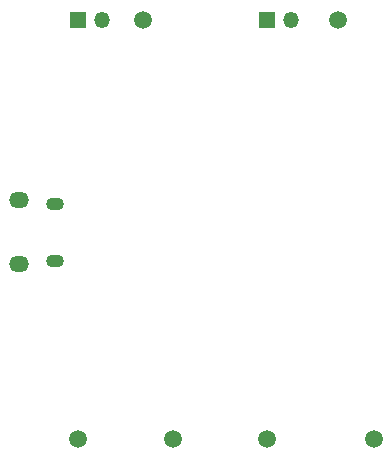
<source format=gbr>
%TF.GenerationSoftware,KiCad,Pcbnew,9.0.0*%
%TF.CreationDate,2025-03-04T10:40:36+01:00*%
%TF.ProjectId,mdbt_lora_board,6d646274-5f6c-46f7-9261-5f626f617264,v0.2*%
%TF.SameCoordinates,Original*%
%TF.FileFunction,Soldermask,Bot*%
%TF.FilePolarity,Negative*%
%FSLAX46Y46*%
G04 Gerber Fmt 4.6, Leading zero omitted, Abs format (unit mm)*
G04 Created by KiCad (PCBNEW 9.0.0) date 2025-03-04 10:40:36*
%MOMM*%
%LPD*%
G01*
G04 APERTURE LIST*
%ADD10R,1.350000X1.350000*%
%ADD11O,1.350000X1.350000*%
%ADD12C,1.500000*%
%ADD13O,1.700000X1.350000*%
%ADD14O,1.500000X1.100000*%
G04 APERTURE END LIST*
D10*
%TO.C,J2*%
X107500000Y-62000000D03*
D11*
X109500000Y-62000000D03*
%TD*%
D12*
%TO.C,TP5*%
X115500000Y-97500000D03*
%TD*%
D10*
%TO.C,J3*%
X123500000Y-62000000D03*
D11*
X125500000Y-62000000D03*
%TD*%
D12*
%TO.C,TP4*%
X123500000Y-97500000D03*
%TD*%
%TO.C,TP1*%
X113000000Y-62000000D03*
%TD*%
%TO.C,TP3*%
X132500000Y-97500000D03*
%TD*%
D13*
%TO.C,J1*%
X102500000Y-77245000D03*
D14*
X105500000Y-77555000D03*
X105500000Y-82395000D03*
D13*
X102500000Y-82705000D03*
%TD*%
D12*
%TO.C,TP2*%
X129500000Y-62000000D03*
%TD*%
%TO.C,TP6*%
X107500000Y-97500000D03*
%TD*%
M02*

</source>
